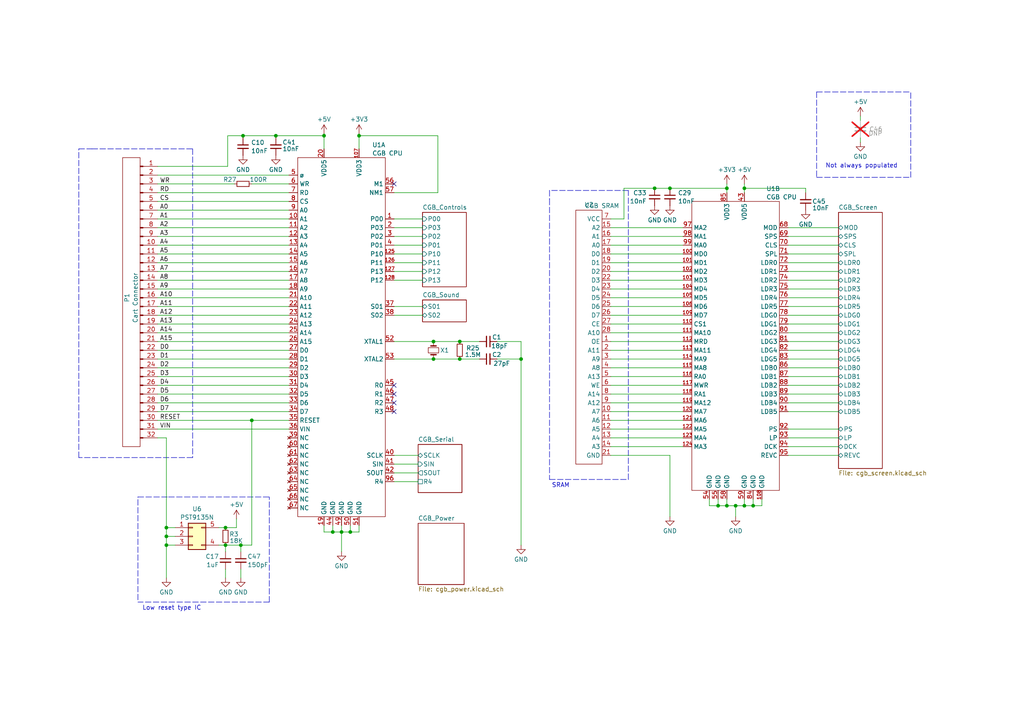
<source format=kicad_sch>
(kicad_sch (version 20250114) (generator "eeschema") (generator_version "9.0")
  (paper "A4")
  (title_block (title "Yet Another Pocket Color (YAP)") (company "NatalieTheNerd.com"))
  (lib_symbols
    (symbol "CGB:CPU_CGB"
      (property "Reference" "U1" (at 8.89 3.6942 0))
      (property "Value" "CGB CPU" (at 8.89 1.27 0))
      (symbol "CPU_CGB_1_0"
        (pin unspecified line (at -15.24 -5.08 0) (length 2.54) (name "ø") (number "5"))
        (pin unspecified line (at -15.24 -7.62 0) (length 2.54) (name "WR") (number "6"))
        (pin unspecified line (at -15.24 -10.16 0) (length 2.54) (name "RD") (number "7"))
        (pin unspecified line (at -15.24 -12.7 0) (length 2.54) (name "CS") (number "8"))
        (pin unspecified line (at -15.24 -15.24 0) (length 2.54) (name "A0") (number "9"))
        (pin unspecified line (at -15.24 -17.78 0) (length 2.54) (name "A1") (number "10"))
        (pin unspecified line (at -15.24 -20.32 0) (length 2.54) (name "A2") (number "11"))
        (pin unspecified line (at -15.24 -22.86 0) (length 2.54) (name "A3") (number "12"))
        (pin unspecified line (at -15.24 -25.4 0) (length 2.54) (name "A4") (number "13"))
        (pin unspecified line (at -15.24 -27.94 0) (length 2.54) (name "A5") (number "14"))
        (pin unspecified line (at -15.24 -30.48 0) (length 2.54) (name "A6") (number "15"))
        (pin unspecified line (at -15.24 -33.02 0) (length 2.54) (name "A7") (number "16"))
        (pin unspecified line (at -15.24 -35.56 0) (length 2.54) (name "A8") (number "17"))
        (pin unspecified line (at -15.24 -38.1 0) (length 2.54) (name "A9") (number "18"))
        (pin unspecified line (at -15.24 -40.64 0) (length 2.54) (name "A10") (number "21"))
        (pin unspecified line (at -15.24 -43.18 0) (length 2.54) (name "A11") (number "22"))
        (pin unspecified line (at -15.24 -45.72 0) (length 2.54) (name "A12") (number "23"))
        (pin unspecified line (at -15.24 -48.26 0) (length 2.54) (name "A13") (number "24"))
        (pin unspecified line (at -15.24 -50.8 0) (length 2.54) (name "A14") (number "25"))
        (pin unspecified line (at -15.24 -53.34 0) (length 2.54) (name "A15") (number "26"))
        (pin unspecified line (at -15.24 -55.88 0) (length 2.54) (name "D0") (number "27"))
        (pin unspecified line (at -15.24 -58.42 0) (length 2.54) (name "D1") (number "28"))
        (pin unspecified line (at -15.24 -60.96 0) (length 2.54) (name "D2") (number "29"))
        (pin unspecified line (at -15.24 -63.5 0) (length 2.54) (name "D3") (number "30"))
        (pin unspecified line (at -15.24 -66.04 0) (length 2.54) (name "D4") (number "31"))
        (pin unspecified line (at -15.24 -68.58 0) (length 2.54) (name "D5") (number "32"))
        (pin unspecified line (at -15.24 -71.12 0) (length 2.54) (name "D6") (number "33"))
        (pin unspecified line (at -15.24 -73.66 0) (length 2.54) (name "D7") (number "34"))
        (pin unspecified line (at -15.24 -76.2 0) (length 2.54) (name "RESET") (number "35"))
        (pin unspecified line (at -15.24 -78.74 0) (length 2.54) (name "VIN") (number "36"))
        (pin no_connect line (at -15.24 -81.28 0) (length 2.54) (name "NC") (number "39"))
        (pin no_connect line (at -15.24 -83.82 0) (length 2.54) (name "NC") (number "60"))
        (pin no_connect line (at -15.24 -86.36 0) (length 2.54) (name "NC") (number "61"))
        (pin no_connect line (at -15.24 -88.9 0) (length 2.54) (name "NC") (number "62"))
        (pin no_connect line (at -15.24 -91.44 0) (length 2.54) (name "NC") (number "63"))
        (pin no_connect line (at -15.24 -93.98 0) (length 2.54) (name "NC") (number "64"))
        (pin no_connect line (at -15.24 -96.52 0) (length 2.54) (name "NC") (number "65"))
        (pin no_connect line (at -15.24 -99.06 0) (length 2.54) (name "NC") (number "66"))
        (pin no_connect line (at -15.24 -101.6 0) (length 2.54) (name "NC") (number "67"))
        (pin unspecified line (at -5.08 2.54 270) (length 2.54) (name "VDD5") (number "20"))
        (pin unspecified line (at -5.08 -106.68 90) (length 2.54) (name "GND") (number "19"))
        (pin unspecified line (at -2.54 -106.68 90) (length 2.54) (name "GND") (number "44"))
        (pin unspecified line (at 0 -106.68 90) (length 2.54) (name "GND") (number "49"))
        (pin unspecified line (at 2.54 -106.68 90) (length 2.54) (name "GND") (number "50"))
        (pin unspecified line (at 5.08 2.54 270) (length 2.54) (name "VDD3") (number "107"))
        (pin unspecified line (at 5.08 -106.68 90) (length 2.54) (name "GND") (number "51"))
        (pin unspecified line (at 15.24 -7.62 180) (length 2.54) (name "M1") (number "56"))
        (pin unspecified line (at 15.24 -10.16 180) (length 2.54) (name "NM1") (number "57"))
        (pin unspecified line (at 15.24 -17.78 180) (length 2.54) (name "P00") (number "1"))
        (pin unspecified line (at 15.24 -20.32 180) (length 2.54) (name "P03") (number "2"))
        (pin unspecified line (at 15.24 -22.86 180) (length 2.54) (name "P02") (number "3"))
        (pin unspecified line (at 15.24 -25.4 180) (length 2.54) (name "P01") (number "4"))
        (pin unspecified line (at 15.24 -27.94 180) (length 2.54) (name "P10") (number "125"))
        (pin unspecified line (at 15.24 -30.48 180) (length 2.54) (name "P11") (number "126"))
        (pin unspecified line (at 15.24 -33.02 180) (length 2.54) (name "P13") (number "127"))
        (pin unspecified line (at 15.24 -35.56 180) (length 2.54) (name "P12") (number "128"))
        (pin unspecified line (at 15.24 -43.18 180) (length 2.54) (name "S01") (number "37"))
        (pin unspecified line (at 15.24 -45.72 180) (length 2.54) (name "S02") (number "38"))
        (pin unspecified line (at 15.24 -53.34 180) (length 2.54) (name "XTAL1") (number "52"))
        (pin unspecified line (at 15.24 -58.42 180) (length 2.54) (name "XTAL2") (number "53"))
        (pin unspecified line (at 15.24 -66.04 180) (length 2.54) (name "R0") (number "45"))
        (pin unspecified line (at 15.24 -68.58 180) (length 2.54) (name "R1") (number "46"))
        (pin unspecified line (at 15.24 -71.12 180) (length 2.54) (name "R2") (number "47"))
        (pin unspecified line (at 15.24 -73.66 180) (length 2.54) (name "R3") (number "48"))
        (pin unspecified line (at 15.24 -86.36 180) (length 2.54) (name "SCLK") (number "40"))
        (pin unspecified line (at 15.24 -88.9 180) (length 2.54) (name "SIN") (number "41"))
        (pin unspecified line (at 15.24 -91.44 180) (length 2.54) (name "SOUT") (number "42"))
        (pin unspecified line (at 15.24 -93.98 180) (length 2.54) (name "R4") (number "96"))
      )
      (symbol "CPU_CGB_2_0"
        (pin unspecified line (at -15.24 -7.62 0) (length 2.54) (name "MA2") (number "97"))
        (pin unspecified line (at -15.24 -10.16 0) (length 2.54) (name "MA1") (number "98"))
        (pin unspecified line (at -15.24 -12.7 0) (length 2.54) (name "MA0") (number "99"))
        (pin unspecified line (at -15.24 -15.24 0) (length 2.54) (name "MD0") (number "100"))
        (pin unspecified line (at -15.24 -17.78 0) (length 2.54) (name "MD1") (number "101"))
        (pin unspecified line (at -15.24 -20.32 0) (length 2.54) (name "MD2") (number "102"))
        (pin unspecified line (at -15.24 -22.86 0) (length 2.54) (name "MD3") (number "103"))
        (pin unspecified line (at -15.24 -25.4 0) (length 2.54) (name "MD4") (number "104"))
        (pin unspecified line (at -15.24 -27.94 0) (length 2.54) (name "MD5") (number "105"))
        (pin unspecified line (at -15.24 -30.48 0) (length 2.54) (name "MD6") (number "106"))
        (pin unspecified line (at -15.24 -33.02 0) (length 2.54) (name "MD7") (number "109"))
        (pin unspecified line (at -15.24 -35.56 0) (length 2.54) (name "CS1") (number "110"))
        (pin unspecified line (at -15.24 -38.1 0) (length 2.54) (name "MA10") (number "111"))
        (pin unspecified line (at -15.24 -40.64 0) (length 2.54) (name "MRD") (number "112"))
        (pin unspecified line (at -15.24 -43.18 0) (length 2.54) (name "MA11") (number "113"))
        (pin unspecified line (at -15.24 -45.72 0) (length 2.54) (name "MA9") (number "114"))
        (pin unspecified line (at -15.24 -48.26 0) (length 2.54) (name "MA8") (number "115"))
        (pin unspecified line (at -15.24 -50.8 0) (length 2.54) (name "RA0") (number "116"))
        (pin unspecified line (at -15.24 -53.34 0) (length 2.54) (name "MWR") (number "117"))
        (pin unspecified line (at -15.24 -55.88 0) (length 2.54) (name "RA1") (number "118"))
        (pin unspecified line (at -15.24 -58.42 0) (length 2.54) (name "MA12") (number "119"))
        (pin unspecified line (at -15.24 -60.96 0) (length 2.54) (name "MA7") (number "120"))
        (pin unspecified line (at -15.24 -63.5 0) (length 2.54) (name "MA6") (number "121"))
        (pin unspecified line (at -15.24 -66.04 0) (length 2.54) (name "MA5") (number "122"))
        (pin unspecified line (at -15.24 -68.58 0) (length 2.54) (name "MA4") (number "123"))
        (pin unspecified line (at -15.24 -71.12 0) (length 2.54) (name "MA3") (number "124"))
        (pin unspecified line (at -7.62 -86.36 90) (length 2.54) (name "GND") (number "54"))
        (pin unspecified line (at -5.08 -86.36 90) (length 2.54) (name "GND") (number "55"))
        (pin unspecified line (at -2.54 2.54 270) (length 2.54) (name "VDD3") (number "85"))
        (pin unspecified line (at -2.54 -86.36 90) (length 2.54) (name "GND") (number "58"))
        (pin unspecified line (at 2.54 2.54 270) (length 2.54) (name "VDD5") (number "43"))
        (pin unspecified line (at 2.54 -86.36 90) (length 2.54) (name "GND") (number "59"))
        (pin unspecified line (at 5.08 -86.36 90) (length 2.54) (name "GND") (number "84"))
        (pin unspecified line (at 7.62 -86.36 90) (length 2.54) (name "GND") (number "108"))
        (pin unspecified line (at 15.24 -7.62 180) (length 2.54) (name "MOD") (number "68"))
        (pin unspecified line (at 15.24 -10.16 180) (length 2.54) (name "SPS") (number "69"))
        (pin unspecified line (at 15.24 -12.7 180) (length 2.54) (name "CLS") (number "70"))
        (pin unspecified line (at 15.24 -15.24 180) (length 2.54) (name "SPL") (number "71"))
        (pin unspecified line (at 15.24 -17.78 180) (length 2.54) (name "LDR0") (number "72"))
        (pin unspecified line (at 15.24 -20.32 180) (length 2.54) (name "LDR1") (number "73"))
        (pin unspecified line (at 15.24 -22.86 180) (length 2.54) (name "LDR2") (number "74"))
        (pin unspecified line (at 15.24 -25.4 180) (length 2.54) (name "LDR3") (number "75"))
        (pin unspecified line (at 15.24 -27.94 180) (length 2.54) (name "LDR4") (number "76"))
        (pin unspecified line (at 15.24 -30.48 180) (length 2.54) (name "LDR5") (number "77"))
        (pin unspecified line (at 15.24 -33.02 180) (length 2.54) (name "LDG0") (number "78"))
        (pin unspecified line (at 15.24 -35.56 180) (length 2.54) (name "LDG1") (number "79"))
        (pin unspecified line (at 15.24 -38.1 180) (length 2.54) (name "LDG2") (number "80"))
        (pin unspecified line (at 15.24 -40.64 180) (length 2.54) (name "LDG3") (number "81"))
        (pin unspecified line (at 15.24 -43.18 180) (length 2.54) (name "LDG4") (number "82"))
        (pin unspecified line (at 15.24 -45.72 180) (length 2.54) (name "LDG5") (number "83"))
        (pin unspecified line (at 15.24 -48.26 180) (length 2.54) (name "LDB0") (number "86"))
        (pin unspecified line (at 15.24 -50.8 180) (length 2.54) (name "LDB1") (number "87"))
        (pin unspecified line (at 15.24 -53.34 180) (length 2.54) (name "LDB2") (number "88"))
        (pin unspecified line (at 15.24 -55.88 180) (length 2.54) (name "LDB3") (number "89"))
        (pin unspecified line (at 15.24 -58.42 180) (length 2.54) (name "LDB4") (number "90"))
        (pin unspecified line (at 15.24 -60.96 180) (length 2.54) (name "LDB5") (number "91"))
        (pin unspecified line (at 15.24 -66.04 180) (length 2.54) (name "PS") (number "92"))
        (pin unspecified line (at 15.24 -68.58 180) (length 2.54) (name "LP") (number "93"))
        (pin unspecified line (at 15.24 -71.12 180) (length 2.54) (name "DCK") (number "94"))
        (pin unspecified line (at 15.24 -73.66 180) (length 2.54) (name "REVC") (number "95"))
      )
    )
    (symbol "CGB:SRAM_CGB"
      (property "Reference" "U" (at 0 1.27 0))
      (symbol "SRAM_CGB_0_0"
        (pin unspecified line (at 2.54 -3.81 180) (length 2.54) (name "VCC") (number "7"))
        (pin unspecified line (at 2.54 -6.35 180) (length 2.54) (name "A2") (number "15"))
        (pin unspecified line (at 2.54 -8.89 180) (length 2.54) (name "A1") (number "16"))
        (pin unspecified line (at 2.54 -11.43 180) (length 2.54) (name "A0") (number "17"))
        (pin unspecified line (at 2.54 -13.97 180) (length 2.54) (name "D0") (number "18"))
        (pin unspecified line (at 2.54 -16.51 180) (length 2.54) (name "D1") (number "19"))
        (pin unspecified line (at 2.54 -19.05 180) (length 2.54) (name "D2") (number "20"))
        (pin unspecified line (at 2.54 -21.59 180) (length 2.54) (name "D3") (number "22"))
        (pin unspecified line (at 2.54 -24.13 180) (length 2.54) (name "D4") (number "23"))
        (pin unspecified line (at 2.54 -26.67 180) (length 2.54) (name "D5") (number "24"))
        (pin unspecified line (at 2.54 -29.21 180) (length 2.54) (name "D6") (number "25"))
        (pin unspecified line (at 2.54 -31.75 180) (length 2.54) (name "D7") (number "26"))
        (pin unspecified line (at 2.54 -34.29 180) (length 2.54) (name "CE") (number "27"))
        (pin unspecified line (at 2.54 -36.83 180) (length 2.54) (name "A10") (number "28"))
        (pin unspecified line (at 2.54 -39.37 180) (length 2.54) (name "OE") (number "1"))
        (pin unspecified line (at 2.54 -41.91 180) (length 2.54) (name "A11") (number "2"))
        (pin unspecified line (at 2.54 -44.45 180) (length 2.54) (name "A9") (number "3"))
        (pin unspecified line (at 2.54 -46.99 180) (length 2.54) (name "A8") (number "4"))
        (pin unspecified line (at 2.54 -49.53 180) (length 2.54) (name "A13") (number "5"))
        (pin unspecified line (at 2.54 -52.07 180) (length 2.54) (name "WE") (number "6"))
        (pin unspecified line (at 2.54 -54.61 180) (length 2.54) (name "A14") (number "8"))
        (pin unspecified line (at 2.54 -57.15 180) (length 2.54) (name "A12") (number "9"))
        (pin unspecified line (at 2.54 -59.69 180) (length 2.54) (name "A7") (number "10"))
        (pin unspecified line (at 2.54 -62.23 180) (length 2.54) (name "A6") (number "11"))
        (pin unspecified line (at 2.54 -64.77 180) (length 2.54) (name "A5") (number "12"))
        (pin unspecified line (at 2.54 -67.31 180) (length 2.54) (name "A4") (number "13"))
        (pin unspecified line (at 2.54 -69.85 180) (length 2.54) (name "A3") (number "14"))
        (pin unspecified line (at 2.54 -72.39 180) (length 2.54) (name "GND") (number "21"))
      )
    )
    (symbol "CPU_CGB_1"
      (property "Reference" "U1" (at 8.89 3.6942 0))
      (property "Value" "CGB CPU" (at 8.89 1.27 0))
      (symbol "CPU_CGB_1_1_0"
        (pin unspecified line (at -15.24 -5.08 0) (length 2.54) (name "ø") (number "5"))
        (pin unspecified line (at -15.24 -7.62 0) (length 2.54) (name "WR") (number "6"))
        (pin unspecified line (at -15.24 -10.16 0) (length 2.54) (name "RD") (number "7"))
        (pin unspecified line (at -15.24 -12.7 0) (length 2.54) (name "CS") (number "8"))
        (pin unspecified line (at -15.24 -15.24 0) (length 2.54) (name "A0") (number "9"))
        (pin unspecified line (at -15.24 -17.78 0) (length 2.54) (name "A1") (number "10"))
        (pin unspecified line (at -15.24 -20.32 0) (length 2.54) (name "A2") (number "11"))
        (pin unspecified line (at -15.24 -22.86 0) (length 2.54) (name "A3") (number "12"))
        (pin unspecified line (at -15.24 -25.4 0) (length 2.54) (name "A4") (number "13"))
        (pin unspecified line (at -15.24 -27.94 0) (length 2.54) (name "A5") (number "14"))
        (pin unspecified line (at -15.24 -30.48 0) (length 2.54) (name "A6") (number "15"))
        (pin unspecified line (at -15.24 -33.02 0) (length 2.54) (name "A7") (number "16"))
        (pin unspecified line (at -15.24 -35.56 0) (length 2.54) (name "A8") (number "17"))
        (pin unspecified line (at -15.24 -38.1 0) (length 2.54) (name "A9") (number "18"))
        (pin unspecified line (at -15.24 -40.64 0) (length 2.54) (name "A10") (number "21"))
        (pin unspecified line (at -15.24 -43.18 0) (length 2.54) (name "A11") (number "22"))
        (pin unspecified line (at -15.24 -45.72 0) (length 2.54) (name "A12") (number "23"))
        (pin unspecified line (at -15.24 -48.26 0) (length 2.54) (name "A13") (number "24"))
        (pin unspecified line (at -15.24 -50.8 0) (length 2.54) (name "A14") (number "25"))
        (pin unspecified line (at -15.24 -53.34 0) (length 2.54) (name "A15") (number "26"))
        (pin unspecified line (at -15.24 -55.88 0) (length 2.54) (name "D0") (number "27"))
        (pin unspecified line (at -15.24 -58.42 0) (length 2.54) (name "D1") (number "28"))
        (pin unspecified line (at -15.24 -60.96 0) (length 2.54) (name "D2") (number "29"))
        (pin unspecified line (at -15.24 -63.5 0) (length 2.54) (name "D3") (number "30"))
        (pin unspecified line (at -15.24 -66.04 0) (length 2.54) (name "D4") (number "31"))
        (pin unspecified line (at -15.24 -68.58 0) (length 2.54) (name "D5") (number "32"))
        (pin unspecified line (at -15.24 -71.12 0) (length 2.54) (name "D6") (number "33"))
        (pin unspecified line (at -15.24 -73.66 0) (length 2.54) (name "D7") (number "34"))
        (pin unspecified line (at -15.24 -76.2 0) (length 2.54) (name "RESET") (number "35"))
        (pin unspecified line (at -15.24 -78.74 0) (length 2.54) (name "VIN") (number "36"))
        (pin no_connect line (at -15.24 -81.28 0) (length 2.54) (name "NC") (number "39"))
        (pin no_connect line (at -15.24 -83.82 0) (length 2.54) (name "NC") (number "60"))
        (pin no_connect line (at -15.24 -86.36 0) (length 2.54) (name "NC") (number "61"))
        (pin no_connect line (at -15.24 -88.9 0) (length 2.54) (name "NC") (number "62"))
        (pin no_connect line (at -15.24 -91.44 0) (length 2.54) (name "NC") (number "63"))
        (pin no_connect line (at -15.24 -93.98 0) (length 2.54) (name "NC") (number "64"))
        (pin no_connect line (at -15.24 -96.52 0) (length 2.54) (name "NC") (number "65"))
        (pin no_connect line (at -15.24 -99.06 0) (length 2.54) (name "NC") (number "66"))
        (pin no_connect line (at -15.24 -101.6 0) (length 2.54) (name "NC") (number "67"))
        (pin unspecified line (at -5.08 2.54 270) (length 2.54) (name "VDD5") (number "20"))
        (pin unspecified line (at -5.08 -106.68 90) (length 2.54) (name "GND") (number "19"))
        (pin unspecified line (at -2.54 -106.68 90) (length 2.54) (name "GND") (number "44"))
        (pin unspecified line (at 0 -106.68 90) (length 2.54) (name "GND") (number "49"))
        (pin unspecified line (at 2.54 -106.68 90) (length 2.54) (name "GND") (number "50"))
        (pin unspecified line (at 5.08 2.54 270) (length 2.54) (name "VDD3") (number "107"))
        (pin unspecified line (at 5.08 -106.68 90) (length 2.54) (name "GND") (number "51"))
        (pin unspecified line (at 15.24 -7.62 180) (length 2.54) (name "M1") (number "56"))
        (pin unspecified line (at 15.24 -10.16 180) (length 2.54) (name "NM1") (number "57"))
        (pin unspecified line (at 15.24 -17.78 180) (length 2.54) (name "P00") (number "1"))
        (pin unspecified line (at 15.24 -20.32 180) (length 2.54) (name "P03") (number "2"))
        (pin unspecified line (at 15.24 -22.86 180) (length 2.54) (name "P02") (number "3"))
        (pin unspecified line (at 15.24 -25.4 180) (length 2.54) (name "P01") (number "4"))
        (pin unspecified line (at 15.24 -27.94 180) (length 2.54) (name "P10") (number "125"))
        (pin unspecified line (at 15.24 -30.48 180) (length 2.54) (name "P11") (number "126"))
        (pin unspecified line (at 15.24 -33.02 180) (length 2.54) (name "P13") (number "127"))
        (pin unspecified line (at 15.24 -35.56 180) (length 2.54) (name "P12") (number "128"))
        (pin unspecified line (at 15.24 -43.18 180) (length 2.54) (name "S01") (number "37"))
        (pin unspecified line (at 15.24 -45.72 180) (length 2.54) (name "S02") (number "38"))
        (pin unspecified line (at 15.24 -53.34 180) (length 2.54) (name "XTAL1") (number "52"))
        (pin unspecified line (at 15.24 -58.42 180) (length 2.54) (name "XTAL2") (number "53"))
        (pin unspecified line (at 15.24 -66.04 180) (length 2.54) (name "R0") (number "45"))
        (pin unspecified line (at 15.24 -68.58 180) (length 2.54) (name "R1") (number "46"))
        (pin unspecified line (at 15.24 -71.12 180) (length 2.54) (name "R2") (number "47"))
        (pin unspecified line (at 15.24 -73.66 180) (length 2.54) (name "R3") (number "48"))
        (pin unspecified line (at 15.24 -86.36 180) (length 2.54) (name "SCLK") (number "40"))
        (pin unspecified line (at 15.24 -88.9 180) (length 2.54) (name "SIN") (number "41"))
        (pin unspecified line (at 15.24 -91.44 180) (length 2.54) (name "SOUT") (number "42"))
        (pin unspecified line (at 15.24 -93.98 180) (length 2.54) (name "R4") (number "96"))
      )
      (symbol "CPU_CGB_1_2_0"
        (pin unspecified line (at -15.24 -7.62 0) (length 2.54) (name "MA2") (number "97"))
        (pin unspecified line (at -15.24 -10.16 0) (length 2.54) (name "MA1") (number "98"))
        (pin unspecified line (at -15.24 -12.7 0) (length 2.54) (name "MA0") (number "99"))
        (pin unspecified line (at -15.24 -15.24 0) (length 2.54) (name "MD0") (number "100"))
        (pin unspecified line (at -15.24 -17.78 0) (length 2.54) (name "MD1") (number "101"))
        (pin unspecified line (at -15.24 -20.32 0) (length 2.54) (name "MD2") (number "102"))
        (pin unspecified line (at -15.24 -22.86 0) (length 2.54) (name "MD3") (number "103"))
        (pin unspecified line (at -15.24 -25.4 0) (length 2.54) (name "MD4") (number "104"))
        (pin unspecified line (at -15.24 -27.94 0) (length 2.54) (name "MD5") (number "105"))
        (pin unspecified line (at -15.24 -30.48 0) (length 2.54) (name "MD6") (number "106"))
        (pin unspecified line (at -15.24 -33.02 0) (length 2.54) (name "MD7") (number "109"))
        (pin unspecified line (at -15.24 -35.56 0) (length 2.54) (name "CS1") (number "110"))
        (pin unspecified line (at -15.24 -38.1 0) (length 2.54) (name "MA10") (number "111"))
        (pin unspecified line (at -15.24 -40.64 0) (length 2.54) (name "MRD") (number "112"))
        (pin unspecified line (at -15.24 -43.18 0) (length 2.54) (name "MA11") (number "113"))
        (pin unspecified line (at -15.24 -45.72 0) (length 2.54) (name "MA9") (number "114"))
        (pin unspecified line (at -15.24 -48.26 0) (length 2.54) (name "MA8") (number "115"))
        (pin unspecified line (at -15.24 -50.8 0) (length 2.54) (name "RA0") (number "116"))
        (pin unspecified line (at -15.24 -53.34 0) (length 2.54) (name "MWR") (number "117"))
        (pin unspecified line (at -15.24 -55.88 0) (length 2.54) (name "RA1") (number "118"))
        (pin unspecified line (at -15.24 -58.42 0) (length 2.54) (name "MA12") (number "119"))
        (pin unspecified line (at -15.24 -60.96 0) (length 2.54) (name "MA7") (number "120"))
        (pin unspecified line (at -15.24 -63.5 0) (length 2.54) (name "MA6") (number "121"))
        (pin unspecified line (at -15.24 -66.04 0) (length 2.54) (name "MA5") (number "122"))
        (pin unspecified line (at -15.24 -68.58 0) (length 2.54) (name "MA4") (number "123"))
        (pin unspecified line (at -15.24 -71.12 0) (length 2.54) (name "MA3") (number "124"))
        (pin unspecified line (at -7.62 -86.36 90) (length 2.54) (name "GND") (number "54"))
        (pin unspecified line (at -5.08 -86.36 90) (length 2.54) (name "GND") (number "55"))
        (pin unspecified line (at -2.54 2.54 270) (length 2.54) (name "VDD3") (number "85"))
        (pin unspecified line (at -2.54 -86.36 90) (length 2.54) (name "GND") (number "58"))
        (pin unspecified line (at 2.54 2.54 270) (length 2.54) (name "VDD5") (number "43"))
        (pin unspecified line (at 2.54 -86.36 90) (length 2.54) (name "GND") (number "59"))
        (pin unspecified line (at 5.08 -86.36 90) (length 2.54) (name "GND") (number "84"))
        (pin unspecified line (at 7.62 -86.36 90) (length 2.54) (name "GND") (number "108"))
        (pin unspecified line (at 15.24 -7.62 180) (length 2.54) (name "MOD") (number "68"))
        (pin unspecified line (at 15.24 -10.16 180) (length 2.54) (name "SPS") (number "69"))
        (pin unspecified line (at 15.24 -12.7 180) (length 2.54) (name "CLS") (number "70"))
        (pin unspecified line (at 15.24 -15.24 180) (length 2.54) (name "SPL") (number "71"))
        (pin unspecified line (at 15.24 -17.78 180) (length 2.54) (name "LDR0") (number "72"))
        (pin unspecified line (at 15.24 -20.32 180) (length 2.54) (name "LDR1") (number "73"))
        (pin unspecified line (at 15.24 -22.86 180) (length 2.54) (name "LDR2") (number "74"))
        (pin unspecified line (at 15.24 -25.4 180) (length 2.54) (name "LDR3") (number "75"))
        (pin unspecified line (at 15.24 -27.94 180) (length 2.54) (name "LDR4") (number "76"))
        (pin unspecified line (at 15.24 -30.48 180) (length 2.54) (name "LDR5") (number "77"))
        (pin unspecified line (at 15.24 -33.02 180) (length 2.54) (name "LDG0") (number "78"))
        (pin unspecified line (at 15.24 -35.56 180) (length 2.54) (name "LDG1") (number "79"))
        (pin unspecified line (at 15.24 -38.1 180) (length 2.54) (name "LDG2") (number "80"))
        (pin unspecified line (at 15.24 -40.64 180) (length 2.54) (name "LDG3") (number "81"))
        (pin unspecified line (at 15.24 -43.18 180) (length 2.54) (name "LDG4") (number "82"))
        (pin unspecified line (at 15.24 -45.72 180) (length 2.54) (name "LDG5") (number "83"))
        (pin unspecified line (at 15.24 -48.26 180) (length 2.54) (name "LDB0") (number "86"))
        (pin unspecified line (at 15.24 -50.8 180) (length 2.54) (name "LDB1") (number "87"))
        (pin unspecified line (at 15.24 -53.34 180) (length 2.54) (name "LDB2") (number "88"))
        (pin unspecified line (at 15.24 -55.88 180) (length 2.54) (name "LDB3") (number "89"))
        (pin unspecified line (at 15.24 -58.42 180) (length 2.54) (name "LDB4") (number "90"))
        (pin unspecified line (at 15.24 -60.96 180) (length 2.54) (name "LDB5") (number "91"))
        (pin unspecified line (at 15.24 -66.04 180) (length 2.54) (name "PS") (number "92"))
        (pin unspecified line (at 15.24 -68.58 180) (length 2.54) (name "LP") (number "93"))
        (pin unspecified line (at 15.24 -71.12 180) (length 2.54) (name "DCK") (number "94"))
        (pin unspecified line (at 15.24 -73.66 180) (length 2.54) (name "REVC") (number "95"))
      )
    )
    (symbol "Connector:Conn_01x32_Pin" (pin_names (offset 1.016) (hide yes))
      (property "Reference" "P1" (at -3.81 0 90))
      (property "Value" "Cart Connector" (at -1.3858 0 90))
      (symbol "Conn_01x32_Pin_1_1"
        (pin passive line (at 5.08 38.1 180) (length 3.81) (name "Pin_1") (number "1"))
        (pin passive line (at 5.08 35.56 180) (length 3.81) (name "Pin_2") (number "2"))
        (pin passive line (at 5.08 33.02 180) (length 3.81) (name "Pin_3") (number "3"))
        (pin passive line (at 5.08 30.48 180) (length 3.81) (name "Pin_4") (number "4"))
        (pin passive line (at 5.08 27.94 180) (length 3.81) (name "Pin_5") (number "5"))
        (pin passive line (at 5.08 25.4 180) (length 3.81) (name "Pin_6") (number "6"))
        (pin passive line (at 5.08 22.86 180) (length 3.81) (name "Pin_7") (number "7"))
        (pin passive line (at 5.08 20.32 180) (length 3.81) (name "Pin_8") (number "8"))
        (pin passive line (at 5.08 17.78 180) (length 3.81) (name "Pin_9") (number "9"))
        (pin passive line (at 5.08 15.24 180) (length 3.81) (name "Pin_10") (number "10"))
        (pin passive line (at 5.08 12.7 180) (length 3.81) (name "Pin_11") (number "11"))
        (pin passive line (at 5.08 10.16 180) (length 3.81) (name "Pin_12") (number "12"))
        (pin passive line (at 5.08 7.62 180) (length 3.81) (name "Pin_13") (number "13"))
        (pin passive line (at 5.08 5.08 180) (length 3.81) (name "Pin_14") (number "14"))
        (pin passive line (at 5.08 2.54 180) (length 3.81) (name "Pin_15") (number "15"))
        (pin passive line (at 5.08 0 180) (length 3.81) (name "Pin_16") (number "16"))
        (pin passive line (at 5.08 -2.54 180) (length 3.81) (name "Pin_17") (number "17"))
        (pin passive line (at 5.08 -5.08 180) (length 3.81) (name "Pin_18") (number "18"))
        (pin passive line (at 5.08 -7.62 180) (length 3.81) (name "Pin_19") (number "19"))
        (pin passive line (at 5.08 -10.16 180) (length 3.81) (name "Pin_20") (number "20"))
        (pin passive line (at 5.08 -12.7 180) (length 3.81) (name "Pin_21") (number "21"))
        (pin passive line (at 5.08 -15.24 180) (length 3.81) (name "Pin_22") (number "22"))
        (pin passive line (at 5.08 -17.78 180) (length 3.81) (name "Pin_23") (number "23"))
        (pin passive line (at 5.08 -20.32 180) (length 3.81) (name "Pin_24") (number "24"))
        (pin passive line (at 5.08 -22.86 180) (length 3.81) (name "Pin_25") (number "25"))
        (pin passive line (at 5.08 -25.4 180) (length 3.81) (name "Pin_26") (number "26"))
        (pin passive line (at 5.08 -27.94 180) (length 3.81) (name "Pin_27") (number "27"))
        (pin passive line (at 5.08 -30.48 180) (length 3.81) (name "Pin_28") (number "28"))
        (pin passive line (at 5.08 -33.02 180) (length 3.81) (name "Pin_29") (number "29"))
        (pin passive line (at 5.08 -35.56 180) (length 3.81) (name "Pin_30") (number "30"))
        (pin passive line (at 5.08 -38.1 180) (length 3.81) (name "Pin_31") (number "31"))
        (pin passive line (at 5.08 -40.64 180) (length 3.81) (name "Pin_32") (number "32"))
      )
    )
    (symbol "Connector_Generic:Conn_2Rows-05Pins" (pin_names (offset 1.016) (hide yes))
      (property "Reference" "U6" (at 1.27 7.9543 0))
      (property "Value" "PST9135N" (at 1.27 5.5301 0))
      (symbol "Conn_2Rows-05Pins_1_1"
        (pin passive line (at -5.08 2.54 0) (length 3.81) (name "Pin_1") (number "1"))
        (pin passive line (at -5.08 0 0) (length 3.81) (name "Pin_2") (number "2"))
        (pin passive line (at -5.08 -2.54 0) (length 3.81) (name "Pin_3") (number "3"))
        (pin passive line (at 7.62 2.54 180) (length 3.81) (name "Pin_5") (number "5"))
        (pin passive line (at 7.62 -2.54 180) (length 3.81) (name "Pin_4") (number "4"))
      )
    )
    (symbol "Device:C_Small" (pin_numbers (hide yes)) (pin_names (offset 0.254) (hide yes))
      (property "Reference" "C" (at 0.254 1.778 0))
      (property "Value" "C_Small" (at 0.254 -2.032 0))
      (symbol "C_Small_1_1"
        (pin passive line (at 0 2.54 270) (length 2.032) (name "~") (number "1"))
        (pin passive line (at 0 -2.54 90) (length 2.032) (name "~") (number "2"))
      )
    )
    (symbol "Device:Crystal_Small" (pin_numbers (hide yes)) (pin_names (offset 1.016) (hide yes))
      (property "Reference" "Y" (at 0 2.54 0))
      (property "Value" "Crystal_Small" (at 0 -2.54 0))
      (symbol "Crystal_Small_1_1"
        (pin passive line (at -2.54 0 0) (length 1.27) (name "1") (number "1"))
        (pin passive line (at 2.54 0 180) (length 1.27) (name "2") (number "2"))
      )
    )
    (symbol "Device:R_Small" (pin_numbers (hide yes)) (pin_names (offset 0.254) (hide yes))
      (property "Reference" "R" (at 0.762 0.508 0))
      (property "Value" "R_Small" (at 0.762 -1.016 0))
      (symbol "R_Small_1_1"
        (pin passive line (at 0 2.54 270) (length 0.762) (name "~") (number "1"))
        (pin passive line (at 0 -2.54 90) (length 0.762) (name "~") (number "2"))
      )
    )
    (symbol "power:+3V3" (power) (pin_names (offset 0))
      (property "Value" "+3V3" (at 0 3.556 0))
      (symbol "+3V3_1_1"
        (pin power_in line (at 0 0 90) (length 0) (hide yes) (name "+3V3") (number "1"))
      )
    )
    (symbol "power:+5V" (power) (pin_names (offset 0))
      (property "Value" "+5V" (at 0 3.556 0))
      (symbol "+5V_1_1"
        (pin power_in line (at 0 0 90) (length 0) (hide yes) (name "+5V") (number "1"))
      )
    )
    (symbol "power:GND" (power) (pin_names (offset 0))
      (property "Value" "GND" (at 0 -3.81 0))
      (symbol "GND_1_1"
        (pin power_in line (at 0 0 270) (length 0) (hide yes) (name "GND") (number "1"))
      )
    )
  )
  (text "Not always populated" (at 239.395 48.895 0) (effects (font (size 1.27 1.27)) (justify left bottom)))
  (text "Low reset type IC" (at 41.275 177.165 0) (effects (font (size 1.27 1.27)) (justify left bottom)))
  (text "SRAM" (at 160.02 141.605 0) (effects (font (size 1.27 1.27)) (justify left bottom)))
  (junction (at 48.26 155.575))
  (junction (at 210.82 54.61))
  (junction (at 65.405 153.035))
  (junction (at 215.9 146.685))
  (junction (at 133.35 104.14))
  (junction (at 99.06 154.305))
  (junction (at 104.14 39.37))
  (junction (at 101.6 154.305))
  (junction (at 65.405 158.115))
  (junction (at 189.865 54.61))
  (junction (at 215.9 54.61))
  (junction (at 210.82 146.685))
  (junction (at 70.485 39.37))
  (junction (at 96.52 154.305))
  (junction (at 208.28 146.685))
  (junction (at 48.26 153.035))
  (junction (at 80.01 39.37))
  (junction (at 194.31 54.61))
  (junction (at 218.44 146.685))
  (junction (at 48.26 158.115))
  (junction (at 133.35 99.06))
  (junction (at 125.73 99.06))
  (junction (at 73.025 121.92))
  (junction (at 151.13 104.14))
  (junction (at 69.85 158.115))
  (junction (at 213.36 146.685))
  (junction (at 125.73 104.14))
  (junction (at 93.98 39.37))
  (no_connect (at 114.3 53.34))
  (no_connect (at 114.3 119.38))
  (no_connect (at 114.3 116.84))
  (no_connect (at 114.3 111.76))
  (no_connect (at 114.3 114.3))
  (wire (pts (xy 189.865 54.61) (xy 194.31 54.61)))
  (wire (pts (xy 45.72 50.8) (xy 83.82 50.8)))
  (polyline (pts (xy 40.005 144.145) (xy 48.895 144.145)) (stroke (width 0) (type dash)))
  (wire (pts (xy 243.205 109.22) (xy 228.6 109.22)))
  (wire (pts (xy 177.165 116.84) (xy 198.12 116.84)))
  (wire (pts (xy 249.555 41.275) (xy 249.555 40.005)))
  (wire (pts (xy 177.165 73.66) (xy 198.12 73.66)))
  (wire (pts (xy 93.98 154.305) (xy 93.98 152.4)))
  (wire (pts (xy 45.72 109.22) (xy 83.82 109.22)))
  (wire (pts (xy 114.3 132.08) (xy 121.285 132.08)))
  (wire (pts (xy 144.145 99.06) (xy 151.13 99.06)))
  (wire (pts (xy 210.82 54.61) (xy 210.82 55.88)))
  (wire (pts (xy 144.145 104.14) (xy 151.13 104.14)))
  (wire (pts (xy 114.3 99.06) (xy 125.73 99.06)))
  (wire (pts (xy 177.165 71.12) (xy 198.12 71.12)))
  (wire (pts (xy 243.205 119.38) (xy 228.6 119.38)))
  (wire (pts (xy 45.72 124.46) (xy 83.82 124.46)))
  (wire (pts (xy 177.165 121.92) (xy 198.12 121.92)))
  (wire (pts (xy 215.9 53.34) (xy 215.9 54.61)))
  (wire (pts (xy 215.9 54.61) (xy 215.9 55.88)))
  (wire (pts (xy 45.72 81.28) (xy 83.82 81.28)))
  (wire (pts (xy 45.72 121.92) (xy 73.025 121.92)))
  (wire (pts (xy 243.205 129.54) (xy 228.6 129.54)))
  (wire (pts (xy 45.72 63.5) (xy 83.82 63.5)))
  (wire (pts (xy 243.205 93.98) (xy 228.6 93.98)))
  (wire (pts (xy 215.9 54.61) (xy 233.68 54.61)))
  (wire (pts (xy 210.82 146.685) (xy 210.82 144.78)))
  (wire (pts (xy 177.165 93.98) (xy 198.12 93.98)))
  (wire (pts (xy 122.555 76.2) (xy 114.3 76.2)))
  (wire (pts (xy 194.31 149.86) (xy 194.31 132.08)))
  (wire (pts (xy 177.165 106.68) (xy 198.12 106.68)))
  (wire (pts (xy 177.165 104.14) (xy 198.12 104.14)))
  (wire (pts (xy 66.04 48.26) (xy 45.72 48.26)))
  (wire (pts (xy 122.555 68.58) (xy 114.3 68.58)))
  (polyline (pts (xy 22.86 43.18) (xy 26.67 43.18)) (stroke (width 0) (type dash)))
  (polyline (pts (xy 55.88 132.715) (xy 22.86 132.715)) (stroke (width 0) (type dash)))
  (wire (pts (xy 243.205 116.84) (xy 228.6 116.84)))
  (wire (pts (xy 220.98 146.685) (xy 220.98 144.78)))
  (polyline (pts (xy 55.88 43.18) (xy 55.88 132.715)) (stroke (width 0) (type dash)))
  (wire (pts (xy 66.04 39.37) (xy 66.04 48.26)))
  (wire (pts (xy 243.205 91.44) (xy 228.6 91.44)))
  (wire (pts (xy 243.205 78.74) (xy 228.6 78.74)))
  (wire (pts (xy 63.5 153.035) (xy 65.405 153.035)))
  (wire (pts (xy 177.165 68.58) (xy 198.12 68.58)))
  (wire (pts (xy 122.555 81.28) (xy 114.3 81.28)))
  (wire (pts (xy 215.9 146.685) (xy 218.44 146.685)))
  (wire (pts (xy 125.73 104.14) (xy 133.35 104.14)))
  (wire (pts (xy 177.165 99.06) (xy 198.12 99.06)))
  (wire (pts (xy 45.72 91.44) (xy 83.82 91.44)))
  (wire (pts (xy 218.44 144.78) (xy 218.44 146.685)))
  (wire (pts (xy 69.85 160.02) (xy 69.85 158.115)))
  (wire (pts (xy 48.26 127) (xy 48.26 153.035)))
  (wire (pts (xy 243.205 124.46) (xy 228.6 124.46)))
  (wire (pts (xy 243.205 101.6) (xy 228.6 101.6)))
  (wire (pts (xy 45.72 66.04) (xy 83.82 66.04)))
  (polyline (pts (xy 40.005 173.99) (xy 40.005 144.145)) (stroke (width 0) (type dash)))
  (wire (pts (xy 65.405 165.1) (xy 65.405 167.64)))
  (polyline (pts (xy 26.67 43.18) (xy 55.88 43.18)) (stroke (width 0) (type dash)))
  (wire (pts (xy 151.13 99.06) (xy 151.13 104.14)))
  (wire (pts (xy 243.205 132.08) (xy 228.6 132.08)))
  (polyline (pts (xy 182.245 55.245) (xy 159.385 55.245)) (stroke (width 0) (type dash)))
  (wire (pts (xy 73.025 121.92) (xy 83.82 121.92)))
  (wire (pts (xy 50.8 153.035) (xy 48.26 153.035)))
  (wire (pts (xy 177.165 111.76) (xy 198.12 111.76)))
  (wire (pts (xy 177.165 91.44) (xy 198.12 91.44)))
  (wire (pts (xy 233.68 54.61) (xy 233.68 55.88)))
  (wire (pts (xy 63.5 158.115) (xy 65.405 158.115)))
  (wire (pts (xy 177.165 78.74) (xy 198.12 78.74)))
  (wire (pts (xy 177.165 63.5) (xy 180.975 63.5)))
  (wire (pts (xy 122.555 73.66) (xy 114.3 73.66)))
  (wire (pts (xy 114.3 91.44) (xy 122.555 91.44)))
  (wire (pts (xy 243.205 73.66) (xy 228.6 73.66)))
  (wire (pts (xy 114.3 104.14) (xy 125.73 104.14)))
  (wire (pts (xy 208.28 146.685) (xy 208.28 144.78)))
  (wire (pts (xy 48.26 155.575) (xy 48.26 158.115)))
  (wire (pts (xy 45.72 78.74) (xy 83.82 78.74)))
  (wire (pts (xy 218.44 146.685) (xy 220.98 146.685)))
  (wire (pts (xy 65.405 158.115) (xy 65.405 160.02)))
  (wire (pts (xy 45.72 116.84) (xy 83.82 116.84)))
  (polyline (pts (xy 264.16 51.435) (xy 264.16 26.67)) (stroke (width 0) (type dash)))
  (wire (pts (xy 45.72 55.88) (xy 83.82 55.88)))
  (wire (pts (xy 243.205 71.12) (xy 228.6 71.12)))
  (wire (pts (xy 45.72 60.96) (xy 83.82 60.96)))
  (wire (pts (xy 68.58 150.495) (xy 68.58 153.035)))
  (wire (pts (xy 48.26 158.115) (xy 48.26 167.64)))
  (wire (pts (xy 122.555 78.74) (xy 114.3 78.74)))
  (wire (pts (xy 125.73 99.06) (xy 133.35 99.06)))
  (wire (pts (xy 45.72 101.6) (xy 83.82 101.6)))
  (wire (pts (xy 243.205 86.36) (xy 228.6 86.36)))
  (wire (pts (xy 243.205 104.14) (xy 228.6 104.14)))
  (wire (pts (xy 45.72 119.38) (xy 83.82 119.38)))
  (wire (pts (xy 73.025 121.92) (xy 73.025 158.115)))
  (polyline (pts (xy 159.385 55.245) (xy 159.385 57.785)) (stroke (width 0) (type dash)))
  (polyline (pts (xy 236.855 51.435) (xy 264.16 51.435)) (stroke (width 0) (type dash)))
  (wire (pts (xy 45.72 68.58) (xy 83.82 68.58)))
  (wire (pts (xy 101.6 154.305) (xy 104.14 154.305)))
  (polyline (pts (xy 78.105 174.625) (xy 40.005 174.625)) (stroke (width 0) (type dash)))
  (wire (pts (xy 215.9 146.685) (xy 215.9 144.78)))
  (wire (pts (xy 210.82 53.34) (xy 210.82 54.61)))
  (polyline (pts (xy 159.385 139.065) (xy 182.245 139.065)) (stroke (width 0) (type dash)))
  (wire (pts (xy 80.01 40.005) (xy 80.01 39.37)))
  (wire (pts (xy 65.405 153.035) (xy 68.58 153.035)))
  (wire (pts (xy 114.3 139.7) (xy 121.285 139.7)))
  (wire (pts (xy 104.14 154.305) (xy 104.14 152.4)))
  (wire (pts (xy 45.72 127) (xy 48.26 127)))
  (wire (pts (xy 177.165 88.9) (xy 198.12 88.9)))
  (polyline (pts (xy 236.855 26.67) (xy 236.855 51.435)) (stroke (width 0) (type dash)))
  (wire (pts (xy 45.72 83.82) (xy 83.82 83.82)))
  (wire (pts (xy 50.8 158.115) (xy 48.26 158.115)))
  (wire (pts (xy 177.165 129.54) (xy 198.12 129.54)))
  (wire (pts (xy 50.8 155.575) (xy 48.26 155.575)))
  (wire (pts (xy 114.3 134.62) (xy 121.285 134.62)))
  (wire (pts (xy 104.14 38.735) (xy 104.14 39.37)))
  (wire (pts (xy 177.165 101.6) (xy 198.12 101.6)))
  (wire (pts (xy 45.72 96.52) (xy 83.82 96.52)))
  (wire (pts (xy 70.485 39.37) (xy 66.04 39.37)))
  (wire (pts (xy 45.72 106.68) (xy 83.82 106.68)))
  (wire (pts (xy 177.165 66.04) (xy 198.12 66.04)))
  (wire (pts (xy 99.06 154.305) (xy 101.6 154.305)))
  (wire (pts (xy 69.85 167.64) (xy 69.85 165.1)))
  (wire (pts (xy 104.14 39.37) (xy 104.14 43.18)))
  (wire (pts (xy 104.14 39.37) (xy 127 39.37)))
  (wire (pts (xy 177.165 86.36) (xy 198.12 86.36)))
  (wire (pts (xy 69.85 158.115) (xy 73.025 158.115)))
  (wire (pts (xy 194.31 132.08) (xy 177.165 132.08)))
  (wire (pts (xy 205.74 146.685) (xy 208.28 146.685)))
  (wire (pts (xy 65.405 158.115) (xy 69.85 158.115)))
  (polyline (pts (xy 182.245 139.065) (xy 182.245 55.245)) (stroke (width 0) (type dash)))
  (polyline (pts (xy 78.105 174.625) (xy 78.105 144.145)) (stroke (width 0) (type dash)))
  (wire (pts (xy 243.205 114.3) (xy 228.6 114.3)))
  (wire (pts (xy 70.485 40.005) (xy 70.485 39.37)))
  (wire (pts (xy 122.555 66.04) (xy 114.3 66.04)))
  (wire (pts (xy 177.165 119.38) (xy 198.12 119.38)))
  (wire (pts (xy 243.205 81.28) (xy 228.6 81.28)))
  (wire (pts (xy 122.555 71.12) (xy 114.3 71.12)))
  (wire (pts (xy 45.72 76.2) (xy 83.82 76.2)))
  (wire (pts (xy 122.555 63.5) (xy 114.3 63.5)))
  (wire (pts (xy 180.975 63.5) (xy 180.975 54.61)))
  (wire (pts (xy 180.975 54.61) (xy 189.865 54.61)))
  (wire (pts (xy 114.3 137.16) (xy 121.285 137.16)))
  (wire (pts (xy 127 39.37) (xy 127 55.88)))
  (wire (pts (xy 177.165 96.52) (xy 198.12 96.52)))
  (wire (pts (xy 93.98 38.735) (xy 93.98 39.37)))
  (wire (pts (xy 243.205 88.9) (xy 228.6 88.9)))
  (wire (pts (xy 99.06 160.02) (xy 99.06 154.305)))
  (wire (pts (xy 45.72 53.34) (xy 67.945 53.34)))
  (wire (pts (xy 177.165 127) (xy 198.12 127)))
  (wire (pts (xy 213.36 146.685) (xy 210.82 146.685)))
  (wire (pts (xy 45.72 114.3) (xy 83.82 114.3)))
  (wire (pts (xy 114.3 55.88) (xy 127 55.88)))
  (wire (pts (xy 243.205 68.58) (xy 228.6 68.58)))
  (wire (pts (xy 208.28 146.685) (xy 210.82 146.685)))
  (wire (pts (xy 45.72 111.76) (xy 83.82 111.76)))
  (wire (pts (xy 243.205 99.06) (xy 228.6 99.06)))
  (polyline (pts (xy 22.86 132.715) (xy 22.86 43.18)) (stroke (width 0) (type dash)))
  (wire (pts (xy 114.3 88.9) (xy 122.555 88.9)))
  (wire (pts (xy 243.205 111.76) (xy 228.6 111.76)))
  (wire (pts (xy 45.72 86.36) (xy 83.82 86.36)))
  (polyline (pts (xy 48.895 144.145) (xy 78.105 144.145)) (stroke (width 0) (type dash)))
  (wire (pts (xy 243.205 76.2) (xy 228.6 76.2)))
  (polyline (pts (xy 159.385 57.785) (xy 159.385 139.065)) (stroke (width 0) (type dash)))
  (wire (pts (xy 45.72 93.98) (xy 83.82 93.98)))
  (wire (pts (xy 93.98 154.305) (xy 96.52 154.305)))
  (wire (pts (xy 177.165 81.28) (xy 198.12 81.28)))
  (wire (pts (xy 45.72 71.12) (xy 83.82 71.12)))
  (wire (pts (xy 133.35 104.14) (xy 139.065 104.14)))
  (wire (pts (xy 45.72 88.9) (xy 83.82 88.9)))
  (wire (pts (xy 194.31 54.61) (xy 210.82 54.61)))
  (wire (pts (xy 96.52 154.305) (xy 99.06 154.305)))
  (wire (pts (xy 177.165 83.82) (xy 198.12 83.82)))
  (polyline (pts (xy 236.855 26.67) (xy 264.16 26.67)) (stroke (width 0) (type dash)))
  (wire (pts (xy 45.72 99.06) (xy 83.82 99.06)))
  (wire (pts (xy 177.165 114.3) (xy 198.12 114.3)))
  (wire (pts (xy 48.26 153.035) (xy 48.26 155.575)))
  (wire (pts (xy 243.205 83.82) (xy 228.6 83.82)))
  (wire (pts (xy 101.6 154.305) (xy 101.6 152.4)))
  (wire (pts (xy 96.52 154.305) (xy 96.52 152.4)))
  (wire (pts (xy 213.36 149.86) (xy 213.36 146.685)))
  (wire (pts (xy 80.01 39.37) (xy 93.98 39.37)))
  (wire (pts (xy 213.36 146.685) (xy 215.9 146.685)))
  (wire (pts (xy 93.98 39.37) (xy 93.98 43.18)))
  (wire (pts (xy 99.06 154.305) (xy 99.06 152.4)))
  (wire (pts (xy 45.72 73.66) (xy 83.82 73.66)))
  (wire (pts (xy 177.165 76.2) (xy 198.12 76.2)))
  (wire (pts (xy 45.72 58.42) (xy 83.82 58.42)))
  (wire (pts (xy 243.205 96.52) (xy 228.6 96.52)))
  (wire (pts (xy 205.74 146.685) (xy 205.74 144.78)))
  (wire (pts (xy 70.485 39.37) (xy 80.01 39.37)))
  (wire (pts (xy 243.205 127) (xy 228.6 127)))
  (wire (pts (xy 177.165 124.46) (xy 198.12 124.46)))
  (wire (pts (xy 249.555 33.655) (xy 249.555 34.925)))
  (wire (pts (xy 177.165 109.22) (xy 198.12 109.22)))
  (wire (pts (xy 151.13 104.14) (xy 151.13 158.115)))
  (wire (pts (xy 73.025 53.34) (xy 83.82 53.34)))
  (wire (pts (xy 243.205 66.04) (xy 228.6 66.04)))
  (wire (pts (xy 133.35 99.06) (xy 139.065 99.06)))
  (wire (pts (xy 45.72 104.14) (xy 83.82 104.14)))
  (wire (pts (xy 243.205 106.68) (xy 228.6 106.68)))
  (label "D6" (at 46.355 116.84 0))
  (label "RD" (at 46.355 55.88 0))
  (label "D3" (at 46.355 109.22 0))
  (label "A12" (at 46.355 91.44 0))
  (label "A10" (at 46.355 86.36 0))
  (label "D5" (at 46.355 114.3 0))
  (label "D1" (at 46.355 104.14 0))
  (label "RESET" (at 46.355 121.92 0))
  (label "A9" (at 46.355 83.82 0))
  (label "D0" (at 46.355 101.6 0))
  (label "A13" (at 46.355 93.98 0))
  (label "CS" (at 46.355 58.42 0))
  (label "A14" (at 46.355 96.52 0))
  (label "A11" (at 46.355 88.9 0))
  (label "A8" (at 46.355 81.28 0))
  (label "A5" (at 46.355 73.66 0))
  (label "A0" (at 46.355 60.96 0))
  (label "A1" (at 46.355 63.5 0))
  (label "D2" (at 46.355 106.68 0))
  (label "D7" (at 46.355 119.38 0))
  (label "D4" (at 46.355 111.76 0))
  (label "A6" (at 46.355 76.2 0))
  (label "WR" (at 46.355 53.34 0))
  (label "A2" (at 46.355 66.04 0))
  (label "A7" (at 46.355 78.74 0))
  (label "A4" (at 46.355 71.12 0))
  (label "VIN" (at 46.355 124.46 0))
  (label "A15" (at 46.355 99.06 0))
  (label "A3" (at 46.355 68.58 0))
  (symbol (lib_id "Device:C_Small") (at 233.68 58.42 180) (unit 1)
    (property "Reference" "C45" (at 235.585 58.42 0) (effects (justify right)))
    (property "Value" "10nF" (at 235.585 60.325 0) (effects (justify right)))
    (property "Footprint" "Capacitor_SMD:C_0603_1608Metric" (effects (hide yes)))
  )
  (symbol (lib_id "Device:Crystal_Small") (at 125.73 101.6 90) (unit 1)
    (property "Reference" "X1" (at 127.635 101.6 90) (effects (justify right)))
    (property "Value" "8.388608MHZ" (effects (hide yes)))
    (property "Footprint" "CGB:Crystal CGB" (effects (hide yes)))
  )
  (symbol (lib_id "power:GND") (at 151.13 158.115 0) (unit 1)
    (property "Reference" "#PWR016" (effects (hide yes)))
    (property "Value" "GND" (at 151.13 162.2481 0))
  )
  (symbol (lib_id "Device:C_Small") (at 189.865 57.15 0) (mirror y) (unit 1)
    (property "Reference" "C33" (at 187.5409 55.9442 0) (effects (justify left)))
    (property "Value" "10nF" (at 187.5409 58.3684 0) (effects (justify left)))
    (property "Footprint" "Capacitor_SMD:C_0603_1608Metric" (effects (hide yes)))
  )
  (symbol (lib_id "power:GND") (at 194.31 59.69 0) (unit 1)
    (property "Reference" "#PWR024" (effects (hide yes)))
    (property "Value" "GND" (at 194.31 63.8231 0))
  )
  (symbol (lib_id "Device:R_Small") (at 133.35 101.6 180) (unit 1)
    (property "Reference" "R25" (at 137.16 100.965 0))
    (property "Value" "1.5M" (at 137.16 102.87 0))
    (property "Footprint" "Resistor_SMD:R_0603_1608Metric" (effects (hide yes)))
  )
  (symbol (lib_name "CPU_CGB_1") (lib_id "CGB:CPU_CGB") (at 99.06 45.72 0) (unit 1) (in_bom no)
    (property "Reference" "U1" (at 107.95 42.0258 0) (effects (justify left)))
    (property "Value" "CGB CPU" (at 107.95 44.45 0) (effects (justify left)))
    (property "Footprint" "CGB:CPU CGB" (effects (hide yes)))
  )
  (symbol (lib_id "Connector_Generic:Conn_2Rows-05Pins") (at 55.88 155.575 0) (unit 1)
    (property "Reference" "U6" (at 57.15 147.6207 0))
    (property "Value" "PST9135N" (at 57.15 150.0449 0))
    (property "Footprint" "Package_TO_SOT_SMD:SOT-23-5" (effects (hide yes)))
  )
  (symbol (lib_id "power:+3V3") (at 104.14 38.735 0) (unit 1)
    (property "Reference" "#PWR04" (effects (hide yes)))
    (property "Value" "+3V3" (at 104.14 34.6019 0))
  )
  (symbol (lib_id "power:+5V") (at 215.9 53.34 0) (unit 1)
    (property "Reference" "#PWR06" (effects (hide yes)))
    (property "Value" "+5V" (at 215.9 49.2069 0))
  )
  (symbol (lib_id "power:GND") (at 80.01 45.085 0) (unit 1)
    (property "Reference" "#PWR054" (effects (hide yes)))
    (property "Value" "GND" (at 80.01 49.2181 0))
  )
  (symbol (lib_id "Device:C_Small") (at 194.31 57.15 0) (unit 1)
    (property "Reference" "C29" (at 196.6341 55.9442 0) (effects (justify left)))
    (property "Value" "10nF" (at 196.6341 58.3684 0) (effects (justify left)))
    (property "Footprint" "Capacitor_SMD:C_0603_1608Metric" (effects (hide yes)))
  )
  (symbol (lib_id "Device:C_Small") (at 141.605 104.14 90) (unit 1)
    (property "Reference" "C2" (at 145.415 102.87 90) (effects (justify left)))
    (property "Value" "27pF" (at 147.955 105.41 90) (effects (justify left)))
    (property "Footprint" "Capacitor_SMD:C_0603_1608Metric" (effects (hide yes)))
  )
  (symbol (lib_id "CGB:CPU_CGB") (at 213.36 58.42 0) (unit 2) (in_bom no)
    (property "Reference" "U1" (at 222.25 54.7258 0) (effects (justify left)))
    (property "Value" "CGB CPU" (at 222.25 57.15 0) (effects (justify left)))
    (property "Footprint" "CGB:CPU CGB" (effects (hide yes)))
  )
  (symbol (lib_id "power:+5V") (at 68.58 150.495 0) (unit 1)
    (property "Reference" "#PWR059" (effects (hide yes)))
    (property "Value" "+5V" (at 68.58 146.3619 0))
  )
  (symbol (lib_id "Device:R_Small") (at 65.405 155.575 0) (mirror y) (unit 1)
    (property "Reference" "R3" (at 69.215 154.94 0) (effects (justify left)))
    (property "Value" "18K" (at 70.485 156.845 0) (effects (justify left)))
    (property "Footprint" "Resistor_SMD:R_0603_1608Metric" (effects (hide yes)))
  )
  (symbol (lib_id "Device:C_Small") (at 249.555 37.465 0) (unit 1) (dnp yes)
    (property "Reference" "C46" (at 252.095 37.465 0) (effects (justify left)))
    (property "Value" "DNP" (at 251.8791 38.6834 0) (effects (justify left)))
    (property "Footprint" "Capacitor_SMD:C_0603_1608Metric" (effects (hide yes)))
  )
  (symbol (lib_id "power:GND") (at 194.31 149.86 0) (unit 1)
    (property "Reference" "#PWR061" (effects (hide yes)))
    (property "Value" "GND" (at 194.31 153.9931 0))
  )
  (symbol (lib_id "Device:C_Small") (at 80.01 42.545 180) (unit 1)
    (property "Reference" "C41" (at 81.915 41.275 0) (effects (justify right)))
    (property "Value" "10nF" (at 81.915 43.18 0) (effects (justify right)))
    (property "Footprint" "Capacitor_SMD:C_0603_1608Metric" (effects (hide yes)))
  )
  (symbol (lib_id "power:+5V") (at 93.98 38.735 0) (unit 1)
    (property "Reference" "#PWR03" (effects (hide yes)))
    (property "Value" "+5V" (at 93.98 34.6019 0))
  )
  (symbol (lib_id "Connector:Conn_01x32_Pin") (at 40.64 86.36 0) (unit 1) (in_bom no)
    (property "Reference" "P1" (at 36.83 86.36 90))
    (property "Value" "Cart Connector" (at 39.2542 86.36 90))
    (property "Footprint" "CGB:Cart CGB" (effects (hide yes)))
  )
  (symbol (lib_id "power:GND") (at 48.26 167.64 0) (unit 1)
    (property "Reference" "#PWR012" (effects (hide yes)))
    (property "Value" "GND" (at 48.26 171.7731 0))
  )
  (symbol (lib_id "power:GND") (at 233.68 60.96 0) (unit 1)
    (property "Reference" "#PWR047" (effects (hide yes)))
    (property "Value" "GND" (at 233.68 65.0931 0))
  )
  (symbol (lib_id "power:GND") (at 189.865 59.69 0) (unit 1)
    (property "Reference" "#PWR034" (effects (hide yes)))
    (property "Value" "GND" (at 189.865 63.8231 0))
  )
  (symbol (lib_id "Device:R_Small") (at 70.485 53.34 90) (unit 1)
    (property "Reference" "R27" (at 66.675 52.07 90))
    (property "Value" "100R" (at 74.93 52.07 90))
    (property "Footprint" "Resistor_SMD:R_0603_1608Metric" (effects (hide yes)))
  )
  (symbol (lib_id "Device:C_Small") (at 70.485 42.545 0) (unit 1)
    (property "Reference" "C10" (at 72.8091 41.3392 0) (effects (justify left)))
    (property "Value" "10nF" (at 72.8091 43.7634 0) (effects (justify left)))
    (property "Footprint" "Capacitor_SMD:C_0603_1608Metric" (effects (hide yes)))
  )
  (symbol (lib_id "Device:C_Small") (at 141.605 99.06 270) (unit 1)
    (property "Reference" "C1" (at 145.415 97.79 90) (effects (justify right)))
    (property "Value" "18pF" (at 147.32 100.33 90) (effects (justify right)))
    (property "Footprint" "Capacitor_SMD:C_0603_1608Metric" (effects (hide yes)))
  )
  (symbol (lib_id "power:GND") (at 69.85 167.64 0) (unit 1)
    (property "Reference" "#PWR062" (effects (hide yes)))
    (property "Value" "GND" (at 69.85 171.7731 0))
  )
  (symbol (lib_id "power:GND") (at 65.405 167.64 0) (unit 1)
    (property "Reference" "#PWR060" (effects (hide yes)))
    (property "Value" "GND" (at 65.405 171.7731 0))
  )
  (symbol (lib_id "power:GND") (at 213.36 149.86 0) (unit 1)
    (property "Reference" "#PWR02" (effects (hide yes)))
    (property "Value" "GND" (at 213.36 153.9931 0))
  )
  (symbol (lib_id "Device:C_Small") (at 65.405 162.56 0) (mirror y) (unit 1)
    (property "Reference" "C17" (at 63.5 161.4058 0) (effects (justify left)))
    (property "Value" "1uF" (at 63.5 163.83 0) (effects (justify left)))
    (property "Footprint" "Capacitor_SMD:C_0603_1608Metric" (effects (hide yes)))
  )
  (symbol (lib_id "power:GND") (at 99.06 160.02 0) (unit 1)
    (property "Reference" "#PWR01" (effects (hide yes)))
    (property "Value" "GND" (at 99.06 164.1531 0))
  )
  (symbol (lib_id "power:GND") (at 70.485 45.085 0) (unit 1)
    (property "Reference" "#PWR053" (effects (hide yes)))
    (property "Value" "GND" (at 70.485 49.2181 0))
  )
  (symbol (lib_id "power:+5V") (at 249.555 33.655 0) (unit 1)
    (property "Reference" "#PWR063" (effects (hide yes)))
    (property "Value" "+5V" (at 249.555 29.5219 0))
  )
  (symbol (lib_id "CGB:SRAM_CGB") (at 174.625 59.69 0) (unit 1)
    (property "Reference" "U2" (at 170.815 59.3669 0))
    (property "Value" "CGB SRAM" (at 174.625 59.69 0))
    (property "Footprint" "Package_SO:TSOP-I-28_11.8x8mm_P0.55mm" (effects (hide yes)))
  )
  (symbol (lib_id "power:+3V3") (at 210.82 53.34 0) (unit 1)
    (property "Reference" "#PWR05" (effects (hide yes)))
    (property "Value" "+3V3" (at 210.82 49.2069 0))
  )
  (symbol (lib_id "power:GND") (at 249.555 41.275 0) (unit 1)
    (property "Reference" "#PWR064" (effects (hide yes)))
    (property "Value" "GND" (at 249.555 45.4081 0))
  )
  (symbol (lib_id "Device:C_Small") (at 69.85 162.56 0) (unit 1)
    (property "Reference" "C47" (at 71.755 161.4058 0) (effects (justify left)))
    (property "Value" "150pF" (at 71.755 163.83 0) (effects (justify left)))
    (property "Footprint" "Capacitor_SMD:C_0603_1608Metric" (effects (hide yes)))
  )
  (sheet (at 121.285 128.905) (size 12.7 13.97) (stroke (width 0.1524))
    (property "Sheetname" "CGB_Serial" (at 121.285 128.1934 0) (effects (justify left bottom)))
    (property "Sheetfile" "CGB_Serial.kicad_sch" (effects (hide yes)))
    (pin "SCLK" bidirectional (at 121.285 132.08 180))
    (pin "SOUT" output (at 121.285 137.16 180))
    (pin "SIN" input (at 121.285 134.62 180))
    (pin "R4" passive (at 121.285 139.7 180))
  )
  (sheet (at 243.205 61.595) (size 12.7 74.295) (stroke (width 0.1524))
    (property "Sheetname" "CGB_Screen" (at 243.205 60.8834 0) (effects (justify left bottom)))
    (property "Sheetfile" "cgb_screen.kicad_sch" (at 243.205 136.4746 0) (effects (justify left top)))
    (pin "CLS" bidirectional (at 243.205 71.12 180))
    (pin "MOD" bidirectional (at 243.205 66.04 180))
    (pin "SPS" bidirectional (at 243.205 68.58 180))
    (pin "LDR4" bidirectional (at 243.205 86.36 180))
    (pin "LDR3" bidirectional (at 243.205 83.82 180))
    (pin "LDG5" bidirectional (at 243.205 104.14 180))
    (pin "LDR5" bidirectional (at 243.205 88.9 180))
    (pin "LDR0" bidirectional (at 243.205 76.2 180))
    (pin "LDR2" bidirectional (at 243.205 81.28 180))
    (pin "SPL" bidirectional (at 243.205 73.66 180))
    (pin "LDR1" bidirectional (at 243.205 78.74 180))
    (pin "LDG2" bidirectional (at 243.205 96.52 180))
    (pin "LDG1" bidirectional (at 243.205 93.98 180))
    (pin "LDG4" bidirectional (at 243.205 101.6 180))
    (pin "LDG3" bidirectional (at 243.205 99.06 180))
    (pin "LDG0" bidirectional (at 243.205 91.44 180))
    (pin "PS" bidirectional (at 243.205 124.46 180))
    (pin "LDB4" bidirectional (at 243.205 116.84 180))
    (pin "DCK" bidirectional (at 243.205 129.54 180))
    (pin "LDB2" bidirectional (at 243.205 111.76 180))
    (pin "LP" bidirectional (at 243.205 127 180))
    (pin "LDB3" bidirectional (at 243.205 114.3 180))
    (pin "LDB5" bidirectional (at 243.205 119.38 180))
    (pin "LDB1" bidirectional (at 243.205 109.22 180))
    (pin "LDB0" bidirectional (at 243.205 106.68 180))
    (pin "REVC" bidirectional (at 243.205 132.08 180))
  )
  (sheet (at 122.555 61.595) (size 12.7 21.59) (stroke (width 0.1524))
    (property "Sheetname" "CGB_Controls" (at 122.555 60.8834 0) (effects (justify left bottom)))
    (property "Sheetfile" "CGB_Controls.kicad_sch" (effects (hide yes)))
    (pin "P01" input (at 122.555 71.12 180))
    (pin "P03" input (at 122.555 66.04 180))
    (pin "P13" input (at 122.555 81.28 180))
    (pin "P12" input (at 122.555 78.74 180))
    (pin "P02" input (at 122.555 68.58 180))
    (pin "P00" input (at 122.555 63.5 180))
    (pin "P11" input (at 122.555 76.2 180))
    (pin "P10" input (at 122.555 73.66 180))
  )
  (sheet (at 121.285 151.765) (size 13.335 17.78) (stroke (width 0.1524))
    (property "Sheetname" "CGB_Power" (at 121.285 151.0534 0) (effects (justify left bottom)))
    (property "Sheetfile" "cgb_power.kicad_sch" (at 121.285 170.1296 0) (effects (justify left top)))
  )
  (sheet (at 122.555 86.995) (size 12.7 6.35) (stroke (width 0.1524))
    (property "Sheetname" "CGB_Sound" (at 122.555 86.2834 0) (effects (justify left bottom)))
    (property "Sheetfile" "CGB_Sound.kicad_sch" (effects (hide yes)))
    (pin "S02" bidirectional (at 122.555 91.44 180))
    (pin "S01" bidirectional (at 122.555 88.9 180))
  )
)
</source>
